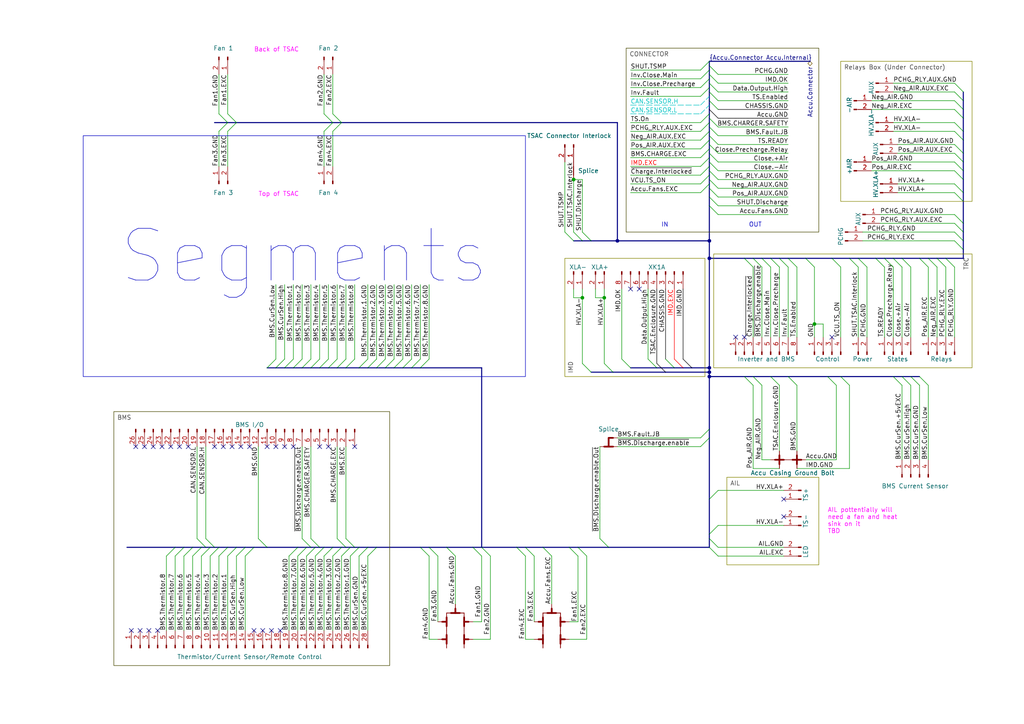
<source format=kicad_sch>
(kicad_sch (version 20230121) (generator eeschema)
  (paper "A4")
  (bus_alias "Accu.Connector" (members "CAN.SENSOR.L" "CAN.SENSOR.H" "IMD.OK" "Data.Output.High" "Chassis.GND" "Accu.GND" "IMD.EXC" "TS.Enabled" "TS.ON" "TS.READY" "Close.Precharge.Relay" "Close.-Air" "Close.+Air" "Inv.Fault" "Inv.Close.Precharge" "Inv.Close.Main" "SHUT.TSAC.Interlock" "SHUT.PCHG" "BMS.EXC" "BMS.CHARGE.EXC" "BMS.CHARGER.SAFETY" "Pos_AIR.AUX.EXC" "Neg_AIR.AUX.EXC" "PCHG_RLY.AUX.EXC" "Pos_AIR.AUX.GND" "Neg_AIR.AUX.GND" "PCHG_RLY.AUX.GND" "SHUT.Discharge" "PCHG.GND" "VCU.TS_ON" "Accu.Fans.EXC" "Accu.Fans.GND"))
  (bus_alias "Accu.Internal" (members "Neg_AIR.EXC" "PCHG_RLY.EXC" "PCHG_RLY.GND" "TSAC.Enclosure.GND" "HV.XLA+" "HV.XLA-" "Neg_AIR.GND" "Pos_AIR.GND" "~{BMS.Discharge.enable.PCHG}" "~{Charge.Interlocked}" "Pos_AIR.EXC" "~{BMS.Charge.enable}" "ACCU.INDICATOR.LED.EXC" "ACCU.INDICATOR.LED.GND" "~{BMS.Discharge.enable.Out}" "BMS.Fault.JB" "BMS.Thermistor.1" "BMS.Thermistor.2" "BMS.Thermistor.3" "BMS.Thermistor.4" "BMS.Thermistor.5" "BMS.Thermistor.6" "BMS.Thermistor.7" "BMS.Thermistor.8" "BMS.Thermistor.1.GND" "BMS.Thermistor.2.GND" "BMS.Thermistor.3.GND" "BMS.Thermistor.4.GND" "BMS.Thermistor.5.GND" "BMS.Thermistor.6.GND" "BMS.Thermistor.7.GND" "BMS.Thermistor.8.GND" "BMS.CurSen.+5vEXC" "BMS.CurSen.GND" "BMS.CurSen.High" "BMS.CurSen.Low" "BMS.GND" "IMD.GND" "AIL.GND" "AIL.EXC" "Fan1.GND" "Fan1.EXC" "Fan2.GND" "Fan2.EXC" "Fan3.GND" "Fan3.EXC" "Fan4.GND" "Fan4.EXC"))
  (junction (at 179.07 69.85))
  (junction (at 166.37 52.07))
  (junction (at 205.74 74.93))
  (junction (at 205.74 106.68))
  (junction (at 236.22 93.98))
  (junction (at 205.74 69.85))
  (junction (at 205.74 107.95))
  (junction (at 168.91 86.36))
  (junction (at 205.74 109.22))
  (junction (at 175.26 86.36))
  (no_connect (at 72.39 129.54))
  (no_connect (at 52.07 129.54))
  (no_connect (at 45.72 182.88))
  (no_connect (at 213.36 97.79))
  (no_connect (at 43.18 182.88))
  (no_connect (at 78.74 182.88))
  (no_connect (at 215.9 97.79))
  (no_connect (at 69.85 129.54))
  (no_connect (at 77.47 129.54))
  (no_connect (at 38.1 182.88))
  (no_connect (at 64.77 129.54))
  (no_connect (at 39.37 129.54))
  (no_connect (at 76.2 182.88))
  (no_connect (at 82.55 129.54))
  (no_connect (at 40.64 182.88))
  (no_connect (at 67.31 129.54))
  (no_connect (at 80.01 129.54))
  (no_connect (at 85.09 129.54))
  (no_connect (at 185.42 83.82))
  (no_connect (at 227.33 144.78))
  (no_connect (at 73.66 182.88))
  (no_connect (at 62.23 129.54))
  (no_connect (at 95.25 129.54))
  (no_connect (at 182.88 83.82))
  (no_connect (at 44.45 129.54))
  (no_connect (at 241.3 97.79))
  (no_connect (at 54.61 129.54))
  (no_connect (at 227.33 149.86))
  (no_connect (at 46.99 129.54))
  (no_connect (at 102.87 129.54))
  (no_connect (at 49.53 129.54))
  (no_connect (at 41.91 129.54))
  (no_connect (at 81.28 182.88))
  (no_connect (at 92.71 129.54))
  (bus_entry (at 167.64 158.75) (size 2.54 2.54))
  (bus_entry (at 157.48 158.75) (size 2.54 2.54))
  (bus_entry (at 168.91 105.41) (size 2.54 2.54))
  (bus_entry (at 171.45 69.85) (size -2.54 -2.54))
  (bus_entry (at 279.4 46.99) (size -2.54 -2.54))
  (bus_entry (at 228.6 77.47) (size -2.54 -2.54))
  (bus_entry (at 259.08 109.22) (size 2.54 2.54))
  (bus_entry (at 208.28 46.99) (size -2.54 -2.54))
  (bus_entry (at 93.98 158.75) (size -2.54 2.54))
  (bus_entry (at 129.54 158.75) (size 2.54 2.54))
  (bus_entry (at 205.74 38.1) (size -2.54 2.54))
  (bus_entry (at 111.76 106.68) (size 2.54 -2.54))
  (bus_entry (at 279.4 34.29) (size -2.54 -2.54))
  (bus_entry (at 279.4 29.21) (size -2.54 -2.54))
  (bus_entry (at 248.92 77.47) (size -2.54 -2.54))
  (bus_entry (at 66.04 158.75) (size -2.54 2.54))
  (bus_entry (at 208.28 44.45) (size -2.54 -2.54))
  (bus_entry (at 205.74 48.26) (size -2.54 2.54))
  (bus_entry (at 77.47 106.68) (size 2.54 -2.54))
  (bus_entry (at 205.74 50.8) (size -2.54 2.54))
  (bus_entry (at 166.37 69.85) (size -2.54 -2.54))
  (bus_entry (at 165.1 158.75) (size 2.54 2.54))
  (bus_entry (at 205.74 53.34) (size -2.54 2.54))
  (bus_entry (at 59.69 158.75) (size -2.54 -2.54))
  (bus_entry (at 269.24 74.93) (size 2.54 2.54))
  (bus_entry (at 96.52 35.56) (size -2.54 -2.54))
  (bus_entry (at 279.4 55.88) (size -2.54 -2.54))
  (bus_entry (at 109.22 158.75) (size -2.54 2.54))
  (bus_entry (at 205.74 127) (size -2.54 2.54))
  (bus_entry (at 176.53 158.75) (size -2.54 -2.54))
  (bus_entry (at 205.74 156.21) (size 2.54 2.54))
  (bus_entry (at 88.9 158.75) (size -2.54 2.54))
  (bus_entry (at 66.04 35.56) (size -2.54 -2.54))
  (bus_entry (at 168.91 69.85) (size -2.54 -2.54))
  (bus_entry (at 279.4 38.1) (size -2.54 -2.54))
  (bus_entry (at 55.88 158.75) (size -2.54 2.54))
  (bus_entry (at 205.74 144.78) (size 2.54 -2.54))
  (bus_entry (at 205.74 158.75) (size 2.54 2.54))
  (bus_entry (at 102.87 158.75) (size -2.54 -2.54))
  (bus_entry (at 100.33 106.68) (size 2.54 -2.54))
  (bus_entry (at 279.4 69.85) (size -2.54 -2.54))
  (bus_entry (at 208.28 57.15) (size -2.54 -2.54))
  (bus_entry (at 208.28 31.75) (size -2.54 -2.54))
  (bus_entry (at 203.2 25.4) (size 2.54 -2.54))
  (bus_entry (at 119.38 106.68) (size 2.54 -2.54))
  (bus_entry (at 82.55 106.68) (size 2.54 -2.54))
  (bus_entry (at 104.14 158.75) (size -2.54 2.54))
  (bus_entry (at 266.7 109.22) (size 2.54 2.54))
  (bus_entry (at 68.58 158.75) (size -2.54 2.54))
  (bus_entry (at 152.4 158.75) (size 2.54 2.54))
  (bus_entry (at 53.34 158.75) (size -2.54 2.54))
  (bus_entry (at 121.92 158.75) (size 2.54 2.54))
  (bus_entry (at 279.4 72.39) (size -2.54 -2.54))
  (bus_entry (at 279.4 67.31) (size -2.54 -2.54))
  (bus_entry (at 220.98 77.47) (size -2.54 -2.54))
  (bus_entry (at 205.74 36.83) (size 2.54 2.54))
  (bus_entry (at 106.68 106.68) (size 2.54 -2.54))
  (bus_entry (at 100.33 158.75) (size -2.54 -2.54))
  (bus_entry (at 274.32 74.93) (size 2.54 2.54))
  (bus_entry (at 92.71 106.68) (size 2.54 -2.54))
  (bus_entry (at 259.08 77.47) (size -2.54 -2.54))
  (bus_entry (at 50.8 158.75) (size -2.54 2.54))
  (bus_entry (at 137.16 158.75) (size 2.54 2.54))
  (bus_entry (at 223.52 77.47) (size -2.54 -2.54))
  (bus_entry (at 203.2 30.48) (size 2.54 -2.54) (stroke (width 0) (type dash) (color 0 194 194 1)))
  (bus_entry (at 121.92 106.68) (size 2.54 -2.54))
  (bus_entry (at 90.17 158.75) (size -2.54 -2.54))
  (bus_entry (at 187.96 104.14) (size 2.54 2.54))
  (bus_entry (at 240.03 109.22) (size 2.54 2.54))
  (bus_entry (at 218.44 77.47) (size -2.54 -2.54))
  (bus_entry (at 205.74 59.69) (size 2.54 2.54))
  (bus_entry (at 208.28 24.13) (size -2.54 -2.54))
  (bus_entry (at 208.28 26.67) (size -2.54 -2.54))
  (bus_entry (at 62.23 158.75) (size -2.54 -2.54))
  (bus_entry (at 60.96 158.75) (size -2.54 2.54))
  (bus_entry (at 261.62 109.22) (size 2.54 2.54))
  (bus_entry (at 279.4 52.07) (size -2.54 -2.54))
  (bus_entry (at 208.28 54.61) (size -2.54 -2.54))
  (bus_entry (at 68.58 35.56) (size -2.54 -2.54))
  (bus_entry (at 139.7 158.75) (size 2.54 2.54))
  (bus_entry (at 279.4 58.42) (size -2.54 -2.54))
  (bus_entry (at 80.01 106.68) (size 2.54 -2.54))
  (bus_entry (at 90.17 106.68) (size 2.54 -2.54))
  (bus_entry (at 223.52 109.22) (size 2.54 2.54))
  (bus_entry (at 99.06 158.75) (size -2.54 2.54))
  (bus_entry (at 208.28 52.07) (size -2.54 -2.54))
  (bus_entry (at 203.2 27.94) (size 2.54 -2.54))
  (bus_entry (at 205.74 35.56) (size -2.54 2.54))
  (bus_entry (at 266.7 74.93) (size 2.54 2.54))
  (bus_entry (at 205.74 154.94) (size 2.54 -2.54))
  (bus_entry (at 101.6 158.75) (size -2.54 2.54))
  (bus_entry (at 203.2 33.02) (size 2.54 -2.54) (stroke (width 0) (type dash) (color 0 194 194 1)))
  (bus_entry (at 233.68 74.93) (size 2.54 2.54))
  (bus_entry (at 86.36 158.75) (size -2.54 2.54))
  (bus_entry (at 243.84 109.22) (size 2.54 2.54))
  (bus_entry (at 99.06 35.56) (size -2.54 -2.54))
  (bus_entry (at 243.84 77.47) (size -2.54 -2.54))
  (bus_entry (at 228.6 109.22) (size 2.54 2.54))
  (bus_entry (at 198.12 104.14) (size 2.54 2.54) (stroke (width 0) (color 0 0 0 1)))
  (bus_entry (at 205.74 57.15) (size 2.54 2.54))
  (bus_entry (at 203.2 20.32) (size 2.54 -2.54))
  (bus_entry (at 114.3 106.68) (size 2.54 -2.54))
  (bus_entry (at 208.28 49.53) (size -2.54 -2.54))
  (bus_entry (at 92.71 158.75) (size -2.54 -2.54))
  (bus_entry (at 96.52 35.56) (size -2.54 2.54))
  (bus_entry (at 264.16 77.47) (size -2.54 -2.54))
  (bus_entry (at 231.14 77.47) (size -2.54 -2.54))
  (bus_entry (at 264.16 109.22) (size 2.54 2.54))
  (bus_entry (at 58.42 158.75) (size -2.54 2.54))
  (bus_entry (at 68.58 35.56) (size -2.54 2.54))
  (bus_entry (at 124.46 158.75) (size 2.54 2.54))
  (bus_entry (at 106.68 158.75) (size -2.54 2.54))
  (bus_entry (at 95.25 106.68) (size 2.54 -2.54))
  (bus_entry (at 205.74 124.46) (size -2.54 2.54))
  (bus_entry (at 279.4 40.64) (size -2.54 -2.54))
  (bus_entry (at 63.5 158.75) (size -2.54 2.54))
  (bus_entry (at 91.44 158.75) (size -2.54 2.54))
  (bus_entry (at 66.04 35.56) (size -2.54 2.54))
  (bus_entry (at 96.52 158.75) (size -2.54 2.54))
  (bus_entry (at 279.4 44.45) (size -2.54 -2.54))
  (bus_entry (at 175.26 105.41) (size 2.54 2.54))
  (bus_entry (at 256.54 77.47) (size -2.54 -2.54))
  (bus_entry (at 205.74 45.72) (size -2.54 2.54))
  (bus_entry (at 104.14 106.68) (size 2.54 -2.54))
  (bus_entry (at 271.78 74.93) (size 2.54 2.54))
  (bus_entry (at 205.74 40.64) (size -2.54 2.54))
  (bus_entry (at 279.4 31.75) (size -2.54 -2.54))
  (bus_entry (at 203.2 22.86) (size 2.54 -2.54))
  (bus_entry (at 109.22 106.68) (size 2.54 -2.54))
  (bus_entry (at 208.28 34.29) (size -2.54 -2.54) (stroke (width 0) (color 0 0 0 1)))
  (bus_entry (at 279.4 26.67) (size -2.54 -2.54))
  (bus_entry (at 208.28 21.59) (size -2.54 -2.54))
  (bus_entry (at 97.79 106.68) (size 2.54 -2.54))
  (bus_entry (at 73.66 158.75) (size -2.54 2.54))
  (bus_entry (at 71.12 158.75) (size -2.54 2.54))
  (bus_entry (at 261.62 77.47) (size -2.54 -2.54))
  (bus_entry (at 208.28 41.91) (size -2.54 -2.54))
  (bus_entry (at 215.9 109.22) (size 2.54 2.54))
  (bus_entry (at 279.4 64.77) (size -2.54 -2.54))
  (bus_entry (at 87.63 106.68) (size 2.54 -2.54))
  (bus_entry (at 208.28 29.21) (size -2.54 -2.54))
  (bus_entry (at 203.2 35.56) (size 2.54 -2.54))
  (bus_entry (at 226.06 77.47) (size -2.54 -2.54))
  (bus_entry (at 180.34 104.14) (size 2.54 2.54))
  (bus_entry (at 205.74 34.29) (size 2.54 2.54))
  (bus_entry (at 218.44 109.22) (size 2.54 2.54))
  (bus_entry (at 99.06 35.56) (size -2.54 2.54))
  (bus_entry (at 251.46 77.47) (size -2.54 -2.54))
  (bus_entry (at 190.5 105.41) (size 2.54 2.54) (stroke (width 0) (color 0 0 0 1)))
  (bus_entry (at 193.04 104.14) (size 2.54 2.54))
  (bus_entry (at 195.58 104.14) (size 2.54 2.54) (stroke (width 0) (color 255 0 0 1)))
  (bus_entry (at 77.47 158.75) (size -2.54 -2.54))
  (bus_entry (at 279.4 49.53) (size -2.54 -2.54))
  (bus_entry (at 85.09 106.68) (size 2.54 -2.54))
  (bus_entry (at 116.84 106.68) (size 2.54 -2.54))
  (bus_entry (at 149.86 158.75) (size 2.54 2.54))
  (bus_entry (at 205.74 43.18) (size -2.54 2.54))
  (wire (pts (xy 208.28 142.24) (xy 227.33 142.24)))
  (bus (pts (xy 205.74 53.34) (xy 205.74 54.61)))
  (bus (pts (xy 205.74 36.83) (xy 205.74 38.1)))
  (bus (pts (xy 205.74 54.61) (xy 205.74 57.15)))
  (wire (pts (xy 236.22 97.79) (xy 236.22 93.98)))
  (wire (pts (xy 137.16 185.42) (xy 142.24 185.42)))
  (bus (pts (xy 91.44 158.75) (xy 92.71 158.75)))
  (wire (pts (xy 116.84 104.14) (xy 116.84 82.55)))
  (bus (pts (xy 73.66 158.75) (xy 77.47 158.75)))
  (wire (pts (xy 261.62 111.76) (xy 261.62 133.35)))
  (wire (pts (xy 121.92 104.14) (xy 121.92 82.55)))
  (wire (pts (xy 50.8 161.29) (xy 50.8 182.88)))
  (wire (pts (xy 71.12 161.29) (xy 71.12 182.88)))
  (wire (pts (xy 252.73 31.75) (xy 276.86 31.75)))
  (wire (pts (xy 87.63 104.14) (xy 87.63 82.55)))
  (bus (pts (xy 50.8 158.75) (xy 53.34 158.75)))
  (bus (pts (xy 129.54 158.75) (xy 137.16 158.75)))
  (bus (pts (xy 205.74 24.13) (xy 205.74 25.4)))
  (wire (pts (xy 228.6 34.29) (xy 208.28 34.29)) (stroke (width 0) (color 0 0 0 1)))
  (wire (pts (xy 226.06 135.89) (xy 218.44 135.89)))
  (bus (pts (xy 62.23 158.75) (xy 63.5 158.75)))
  (wire (pts (xy 255.27 62.23) (xy 276.86 62.23)))
  (wire (pts (xy 182.88 53.34) (xy 203.2 53.34)))
  (bus (pts (xy 279.4 44.45) (xy 279.4 46.99)))
  (wire (pts (xy 139.7 161.29) (xy 139.7 180.34)))
  (wire (pts (xy 163.83 46.99) (xy 163.83 67.31)))
  (bus (pts (xy 106.68 106.68) (xy 109.22 106.68)))
  (wire (pts (xy 168.91 86.36) (xy 166.37 86.36)))
  (bus (pts (xy 179.07 69.85) (xy 179.07 35.56)))
  (wire (pts (xy 252.73 46.99) (xy 276.86 46.99)))
  (bus (pts (xy 279.4 64.77) (xy 279.4 58.42)))
  (wire (pts (xy 182.88 25.4) (xy 203.2 25.4)))
  (wire (pts (xy 160.02 161.29) (xy 160.02 175.26)))
  (wire (pts (xy 152.4 161.29) (xy 152.4 185.42)))
  (bus (pts (xy 198.12 106.68) (xy 195.58 106.68)))
  (wire (pts (xy 182.88 55.88) (xy 203.2 55.88)))
  (bus (pts (xy 95.25 106.68) (xy 97.79 106.68)))
  (bus (pts (xy 71.12 158.75) (xy 73.66 158.75)))
  (bus (pts (xy 205.74 106.68) (xy 205.74 107.95)))
  (bus (pts (xy 177.8 107.95) (xy 171.45 107.95)))
  (wire (pts (xy 259.08 35.56) (xy 276.86 35.56)))
  (wire (pts (xy 167.64 161.29) (xy 167.64 180.34)))
  (wire (pts (xy 182.88 33.02) (xy 203.2 33.02)) (stroke (width 0) (type dash) (color 0 194 194 1)))
  (bus (pts (xy 205.74 43.18) (xy 205.74 44.45)))
  (wire (pts (xy 168.91 83.82) (xy 168.91 86.36)))
  (bus (pts (xy 124.46 158.75) (xy 129.54 158.75)))
  (wire (pts (xy 152.4 185.42) (xy 154.94 185.42)))
  (wire (pts (xy 259.08 24.13) (xy 276.86 24.13)))
  (wire (pts (xy 203.2 45.72) (xy 182.88 45.72)))
  (wire (pts (xy 106.68 104.14) (xy 106.68 82.55)))
  (wire (pts (xy 63.5 161.29) (xy 63.5 182.88)))
  (wire (pts (xy 96.52 38.1) (xy 96.52 48.26)))
  (wire (pts (xy 190.5 83.82) (xy 190.5 105.41)) (stroke (width 0) (color 0 0 0 1)))
  (bus (pts (xy 279.4 67.31) (xy 279.4 64.77)))
  (bus (pts (xy 279.4 26.67) (xy 279.4 29.21)))
  (bus (pts (xy 111.76 106.68) (xy 114.3 106.68)))
  (bus (pts (xy 226.06 74.93) (xy 228.6 74.93)))
  (bus (pts (xy 246.38 74.93) (xy 248.92 74.93)))
  (wire (pts (xy 66.04 21.59) (xy 66.04 33.02)))
  (wire (pts (xy 236.22 93.98) (xy 236.22 77.47)))
  (wire (pts (xy 175.26 83.82) (xy 175.26 86.36)))
  (bus (pts (xy 223.52 109.22) (xy 228.6 109.22)))
  (wire (pts (xy 264.16 97.79) (xy 264.16 77.47)))
  (bus (pts (xy 116.84 106.68) (xy 119.38 106.68)))
  (wire (pts (xy 243.84 97.79) (xy 243.84 77.47)))
  (bus (pts (xy 90.17 158.75) (xy 91.44 158.75)))
  (wire (pts (xy 82.55 104.14) (xy 82.55 82.55)))
  (wire (pts (xy 218.44 97.79) (xy 218.44 77.47)))
  (bus (pts (xy 55.88 158.75) (xy 58.42 158.75)))
  (wire (pts (xy 100.33 129.54) (xy 100.33 156.21)))
  (wire (pts (xy 97.79 104.14) (xy 97.79 82.55)))
  (wire (pts (xy 96.52 21.59) (xy 96.52 33.02)))
  (bus (pts (xy 274.32 74.93) (xy 279.4 74.93)))
  (wire (pts (xy 96.52 161.29) (xy 96.52 182.88)))
  (wire (pts (xy 83.82 161.29) (xy 83.82 182.88)))
  (bus (pts (xy 205.74 124.46) (xy 205.74 127)))
  (bus (pts (xy 100.33 158.75) (xy 101.6 158.75)))
  (wire (pts (xy 124.46 104.14) (xy 124.46 82.55)))
  (wire (pts (xy 109.22 104.14) (xy 109.22 82.55)))
  (wire (pts (xy 228.6 52.07) (xy 208.28 52.07)))
  (wire (pts (xy 250.19 69.85) (xy 276.86 69.85)))
  (wire (pts (xy 238.76 97.79) (xy 238.76 93.98)))
  (wire (pts (xy 68.58 161.29) (xy 68.58 182.88)))
  (bus (pts (xy 205.74 17.78) (xy 234.95 17.78)))
  (bus (pts (xy 63.5 158.75) (xy 66.04 158.75)))
  (bus (pts (xy 190.5 106.68) (xy 182.88 106.68)))
  (bus (pts (xy 205.74 74.93) (xy 215.9 74.93)))
  (bus (pts (xy 88.9 158.75) (xy 90.17 158.75)))
  (wire (pts (xy 86.36 161.29) (xy 86.36 182.88)))
  (bus (pts (xy 261.62 109.22) (xy 264.16 109.22)))
  (wire (pts (xy 48.26 161.29) (xy 48.26 182.88)))
  (wire (pts (xy 231.14 111.76) (xy 231.14 130.81)))
  (bus (pts (xy 200.66 106.68) (xy 198.12 106.68)))
  (bus (pts (xy 205.74 57.15) (xy 205.74 59.69)))
  (bus (pts (xy 193.04 107.95) (xy 177.8 107.95)))
  (wire (pts (xy 165.1 180.34) (xy 167.64 180.34)))
  (bus (pts (xy 279.4 58.42) (xy 279.4 55.88)))
  (wire (pts (xy 208.28 59.69) (xy 228.6 59.69)))
  (bus (pts (xy 243.84 109.22) (xy 259.08 109.22)))
  (wire (pts (xy 63.5 38.1) (xy 63.5 48.26)))
  (wire (pts (xy 208.28 46.99) (xy 228.6 46.99)))
  (wire (pts (xy 228.6 54.61) (xy 208.28 54.61)))
  (bus (pts (xy 205.74 50.8) (xy 205.74 52.07)))
  (wire (pts (xy 260.35 44.45) (xy 276.86 44.45)))
  (wire (pts (xy 93.98 161.29) (xy 93.98 182.88)))
  (bus (pts (xy 179.07 69.85) (xy 205.74 69.85)))
  (bus (pts (xy 149.86 158.75) (xy 152.4 158.75)))
  (bus (pts (xy 58.42 158.75) (xy 59.69 158.75)))
  (bus (pts (xy 279.4 72.39) (xy 279.4 69.85)))
  (bus (pts (xy 220.98 74.93) (xy 223.52 74.93)))
  (wire (pts (xy 248.92 97.79) (xy 248.92 77.47)))
  (wire (pts (xy 233.68 133.35) (xy 242.57 133.35)))
  (bus (pts (xy 157.48 158.75) (xy 165.1 158.75)))
  (wire (pts (xy 182.88 27.94) (xy 203.2 27.94)))
  (bus (pts (xy 279.4 34.29) (xy 279.4 31.75)))
  (bus (pts (xy 266.7 74.93) (xy 261.62 74.93)))
  (wire (pts (xy 208.28 158.75) (xy 227.33 158.75)))
  (bus (pts (xy 205.74 69.85) (xy 205.74 74.93)))
  (wire (pts (xy 276.86 97.79) (xy 276.86 77.47)))
  (bus (pts (xy 205.74 17.78) (xy 205.74 19.05)))
  (wire (pts (xy 252.73 49.53) (xy 276.86 49.53)))
  (bus (pts (xy 92.71 158.75) (xy 93.98 158.75)))
  (wire (pts (xy 198.12 83.82) (xy 198.12 104.14)) (stroke (width 0) (color 0 0 0 1)))
  (bus (pts (xy 205.74 127) (xy 205.74 144.78)))
  (wire (pts (xy 124.46 161.29) (xy 124.46 185.42)))
  (bus (pts (xy 205.74 49.53) (xy 205.74 50.8)))
  (bus (pts (xy 279.4 69.85) (xy 279.4 67.31)))
  (bus (pts (xy 279.4 38.1) (xy 279.4 34.29)))
  (bus (pts (xy 218.44 74.93) (xy 220.98 74.93)))
  (wire (pts (xy 274.32 77.47) (xy 274.32 97.79)))
  (bus (pts (xy 66.04 35.56) (xy 68.58 35.56)))
  (bus (pts (xy 106.68 158.75) (xy 109.22 158.75)))
  (bus (pts (xy 85.09 106.68) (xy 87.63 106.68)))
  (wire (pts (xy 173.99 129.54) (xy 173.99 156.21)))
  (wire (pts (xy 95.25 104.14) (xy 95.25 82.55)))
  (bus (pts (xy 205.74 25.4) (xy 205.74 26.67)))
  (bus (pts (xy 66.04 158.75) (xy 68.58 158.75)))
  (wire (pts (xy 127 161.29) (xy 127 180.34)))
  (wire (pts (xy 203.2 43.18) (xy 182.88 43.18)))
  (bus (pts (xy 279.4 52.07) (xy 279.4 49.53)))
  (bus (pts (xy 139.7 158.75) (xy 149.86 158.75)))
  (wire (pts (xy 271.78 97.79) (xy 271.78 77.47)))
  (bus (pts (xy 269.24 74.93) (xy 271.78 74.93)))
  (wire (pts (xy 193.04 83.82) (xy 193.04 104.14)) (stroke (width 0) (color 0 0 0 1)))
  (wire (pts (xy 208.28 39.37) (xy 228.6 39.37)))
  (wire (pts (xy 242.57 111.76) (xy 242.57 133.35)))
  (wire (pts (xy 203.2 50.8) (xy 182.88 50.8)))
  (wire (pts (xy 182.88 30.48) (xy 203.2 30.48)) (stroke (width 0) (type dash) (color 0 194 194 1)))
  (bus (pts (xy 87.63 106.68) (xy 90.17 106.68)))
  (bus (pts (xy 248.92 74.93) (xy 254 74.93)))
  (bus (pts (xy 215.9 74.93) (xy 218.44 74.93)))
  (bus (pts (xy 205.74 109.22) (xy 205.74 107.95)))
  (bus (pts (xy 68.58 35.56) (xy 96.52 35.56)))
  (bus (pts (xy 240.03 109.22) (xy 243.84 109.22)))
  (wire (pts (xy 208.28 44.45) (xy 228.6 44.45)))
  (bus (pts (xy 228.6 109.22) (xy 240.03 109.22)))
  (bus (pts (xy 279.4 29.21) (xy 279.4 31.75)))
  (wire (pts (xy 175.26 86.36) (xy 172.72 86.36)))
  (bus (pts (xy 92.71 106.68) (xy 95.25 106.68)))
  (wire (pts (xy 228.6 26.67) (xy 208.28 26.67)))
  (wire (pts (xy 187.96 83.82) (xy 187.96 104.14)))
  (wire (pts (xy 59.69 129.54) (xy 59.69 156.21)))
  (bus (pts (xy 82.55 106.68) (xy 85.09 106.68)))
  (wire (pts (xy 53.34 161.29) (xy 53.34 182.88)))
  (wire (pts (xy 259.08 38.1) (xy 276.86 38.1)))
  (wire (pts (xy 228.6 21.59) (xy 208.28 21.59)))
  (bus (pts (xy 215.9 109.22) (xy 218.44 109.22)))
  (bus (pts (xy 205.74 34.29) (xy 205.74 35.56)))
  (wire (pts (xy 179.07 127) (xy 203.2 127)))
  (wire (pts (xy 179.07 129.54) (xy 203.2 129.54)))
  (wire (pts (xy 203.2 38.1) (xy 182.88 38.1)))
  (bus (pts (xy 101.6 158.75) (xy 102.87 158.75)))
  (bus (pts (xy 167.64 158.75) (xy 176.53 158.75)))
  (wire (pts (xy 250.19 67.31) (xy 276.86 67.31)))
  (bus (pts (xy 119.38 106.68) (xy 121.92 106.68)))
  (wire (pts (xy 264.16 111.76) (xy 264.16 133.35)))
  (wire (pts (xy 252.73 29.21) (xy 276.86 29.21)))
  (bus (pts (xy 205.74 40.64) (xy 205.74 41.91)))
  (wire (pts (xy 208.28 36.83) (xy 228.6 36.83)))
  (wire (pts (xy 208.28 161.29) (xy 227.33 161.29)))
  (wire (pts (xy 203.2 40.64) (xy 182.88 40.64)))
  (bus (pts (xy 176.53 158.75) (xy 205.74 158.75)))
  (wire (pts (xy 85.09 104.14) (xy 85.09 82.55)))
  (wire (pts (xy 251.46 97.79) (xy 251.46 77.47)))
  (wire (pts (xy 228.6 49.53) (xy 208.28 49.53)))
  (wire (pts (xy 170.18 161.29) (xy 170.18 185.42)))
  (bus (pts (xy 205.74 74.93) (xy 205.74 106.68)))
  (bus (pts (xy 205.74 109.22) (xy 215.9 109.22)))
  (wire (pts (xy 166.37 52.07) (xy 166.37 67.31)))
  (bus (pts (xy 205.74 48.26) (xy 205.74 49.53)))
  (bus (pts (xy 264.16 109.22) (xy 266.7 109.22)))
  (bus (pts (xy 205.74 156.21) (xy 205.74 158.75)))
  (bus (pts (xy 86.36 158.75) (xy 88.9 158.75)))
  (bus (pts (xy 62.23 35.56) (xy 66.04 35.56)))
  (bus (pts (xy 59.69 158.75) (xy 60.96 158.75)))
  (wire (pts (xy 260.35 41.91) (xy 276.86 41.91)))
  (wire (pts (xy 63.5 21.59) (xy 63.5 33.02)))
  (wire (pts (xy 114.3 104.14) (xy 114.3 82.55)))
  (bus (pts (xy 205.74 27.94) (xy 205.74 29.21)))
  (bus (pts (xy 205.74 109.22) (xy 205.74 124.46)))
  (bus (pts (xy 152.4 158.75) (xy 157.48 158.75)))
  (wire (pts (xy 208.28 152.4) (xy 227.33 152.4)))
  (bus (pts (xy 279.4 74.93) (xy 279.4 72.39)))
  (wire (pts (xy 182.88 20.32) (xy 203.2 20.32)))
  (bus (pts (xy 205.74 30.48) (xy 205.74 31.75)))
  (bus (pts (xy 77.47 106.68) (xy 80.01 106.68)))
  (wire (pts (xy 259.08 26.67) (xy 276.86 26.67)))
  (wire (pts (xy 238.76 93.98) (xy 236.22 93.98)))
  (wire (pts (xy 172.72 86.36) (xy 172.72 83.82)))
  (wire (pts (xy 182.88 22.86) (xy 203.2 22.86)))
  (wire (pts (xy 218.44 111.76) (xy 218.44 135.89)))
  (bus (pts (xy 279.4 38.1) (xy 279.4 40.64)))
  (wire (pts (xy 66.04 161.29) (xy 66.04 182.88)))
  (wire (pts (xy 260.35 53.34) (xy 276.86 53.34)))
  (wire (pts (xy 260.35 55.88) (xy 276.86 55.88)))
  (wire (pts (xy 256.54 97.79) (xy 256.54 77.47)))
  (bus (pts (xy 100.33 106.68) (xy 104.14 106.68)))
  (bus (pts (xy 279.4 40.64) (xy 279.4 44.45)))
  (bus (pts (xy 241.3 74.93) (xy 246.38 74.93)))
  (bus (pts (xy 279.4 55.88) (xy 279.4 52.07)))
  (wire (pts (xy 101.6 161.29) (xy 101.6 182.88)))
  (bus (pts (xy 109.22 158.75) (xy 121.92 158.75)))
  (wire (pts (xy 259.08 97.79) (xy 259.08 77.47)))
  (wire (pts (xy 228.6 57.15) (xy 208.28 57.15)))
  (bus (pts (xy 166.37 69.85) (xy 168.91 69.85)))
  (bus (pts (xy 223.52 74.93) (xy 226.06 74.93)))
  (wire (pts (xy 92.71 104.14) (xy 92.71 82.55)))
  (wire (pts (xy 220.98 111.76) (xy 220.98 133.35)))
  (wire (pts (xy 195.58 83.82) (xy 195.58 104.14)) (stroke (width 0) (color 255 0 0 1)))
  (bus (pts (xy 205.74 26.67) (xy 205.74 27.94)))
  (bus (pts (xy 205.74 39.37) (xy 205.74 40.64)))
  (wire (pts (xy 228.6 24.13) (xy 208.28 24.13)))
  (bus (pts (xy 205.74 33.02) (xy 205.74 34.29)))
  (wire (pts (xy 166.37 86.36) (xy 166.37 83.82)))
  (bus (pts (xy 266.7 74.93) (xy 269.24 74.93)))
  (bus (pts (xy 205.74 44.45) (xy 205.74 45.72)))
  (wire (pts (xy 231.14 77.47) (xy 231.14 97.79)))
  (bus (pts (xy 96.52 35.56) (xy 99.06 35.56)))
  (wire (pts (xy 168.91 86.36) (xy 168.91 105.41)))
  (wire (pts (xy 226.06 111.76) (xy 226.06 130.81)))
  (bus (pts (xy 90.17 106.68) (xy 92.71 106.68)))
  (wire (pts (xy 90.17 104.14) (xy 90.17 82.55)))
  (bus (pts (xy 205.74 59.69) (xy 205.74 69.85)))
  (bus (pts (xy 256.54 74.93) (xy 259.08 74.93)))
  (bus (pts (xy 195.58 106.68) (xy 190.5 106.68)))
  (wire (pts (xy 182.88 48.26) (xy 203.2 48.26)))
  (bus (pts (xy 205.74 31.75) (xy 205.74 33.02)))
  (bus (pts (xy 205.74 38.1) (xy 205.74 39.37)))
  (bus (pts (xy 60.96 158.75) (xy 62.23 158.75)))
  (wire (pts (xy 246.38 111.76) (xy 246.38 135.89)))
  (wire (pts (xy 208.28 62.23) (xy 228.6 62.23)))
  (bus (pts (xy 121.92 158.75) (xy 124.46 158.75)))
  (wire (pts (xy 93.98 38.1) (xy 93.98 48.26)))
  (wire (pts (xy 87.63 129.54) (xy 87.63 156.21)))
  (bus (pts (xy 96.52 158.75) (xy 99.06 158.75)))
  (wire (pts (xy 119.38 104.14) (xy 119.38 82.55)))
  (wire (pts (xy 124.46 185.42) (xy 127 185.42)))
  (bus (pts (xy 205.74 29.21) (xy 205.74 30.48)))
  (bus (pts (xy 80.01 106.68) (xy 82.55 106.68)))
  (bus (pts (xy 279.4 49.53) (xy 279.4 46.99)))
  (wire (pts (xy 228.6 31.75) (xy 208.28 31.75)) (stroke (width 0) (color 0 0 0 1)))
  (bus (pts (xy 53.34 158.75) (xy 55.88 158.75)))
  (wire (pts (xy 223.52 77.47) (xy 223.52 97.79)))
  (wire (pts (xy 261.62 97.79) (xy 261.62 77.47)))
  (wire (pts (xy 166.37 52.07) (xy 168.91 52.07)))
  (bus (pts (xy 139.7 158.75) (xy 139.7 106.68)))
  (wire (pts (xy 102.87 104.14) (xy 102.87 82.55)))
  (bus (pts (xy 228.6 74.93) (xy 233.68 74.93)))
  (wire (pts (xy 269.24 111.76) (xy 269.24 133.35)))
  (bus (pts (xy 233.68 74.93) (xy 241.3 74.93)))
  (wire (pts (xy 58.42 161.29) (xy 58.42 182.88)))
  (bus (pts (xy 259.08 74.93) (xy 261.62 74.93)))
  (bus (pts (xy 109.22 106.68) (xy 111.76 106.68)))
  (bus (pts (xy 205.74 45.72) (xy 205.74 46.99)))
  (wire (pts (xy 93.98 21.59) (xy 93.98 33.02)))
  (bus (pts (xy 77.47 158.75) (xy 86.36 158.75)))
  (bus (pts (xy 218.44 109.22) (xy 223.52 109.22)))
  (bus (pts (xy 205.74 22.86) (xy 205.74 24.13)))
  (bus (pts (xy 205.74 154.94) (xy 205.74 156.21)))
  (wire (pts (xy 137.16 180.34) (xy 139.7 180.34)))
  (wire (pts (xy 90.17 129.54) (xy 90.17 156.21)))
  (bus (pts (xy 254 74.93) (xy 256.54 74.93)))
  (bus (pts (xy 205.74 20.32) (xy 205.74 21.59)))
  (bus (pts (xy 121.92 106.68) (xy 139.7 106.68)))
  (wire (pts (xy 269.24 97.79) (xy 269.24 77.47)))
  (bus (pts (xy 93.98 158.75) (xy 96.52 158.75)))
  (bus (pts (xy 114.3 106.68) (xy 116.84 106.68)))
  (bus (pts (xy 36.83 158.75) (xy 50.8 158.75)))
  (bus (pts (xy 171.45 69.85) (xy 179.07 69.85)))
  (bus (pts (xy 102.87 158.75) (xy 104.14 158.75)))
  (wire (pts (xy 182.88 35.56) (xy 203.2 35.56)))
  (wire (pts (xy 100.33 104.14) (xy 100.33 82.55)))
  (wire (pts (xy 142.24 161.29) (xy 142.24 185.42)))
  (bus (pts (xy 99.06 158.75) (xy 100.33 158.75)))
  (bus (pts (xy 168.91 69.85) (xy 171.45 69.85)))
  (wire (pts (xy 168.91 52.07) (xy 168.91 67.31)))
  (bus (pts (xy 205.74 46.99) (xy 205.74 48.26)))
  (wire (pts (xy 111.76 104.14) (xy 111.76 82.55)))
  (wire (pts (xy 99.06 161.29) (xy 99.06 182.88)))
  (bus (pts (xy 205.74 35.56) (xy 205.74 36.83)))
  (wire (pts (xy 231.14 135.89) (xy 246.38 135.89)))
  (bus (pts (xy 99.06 35.56) (xy 179.07 35.56)))
  (wire (pts (xy 223.52 133.35) (xy 220.98 133.35)))
  (bus (pts (xy 165.1 158.75) (xy 167.64 158.75)))
  (wire (pts (xy 91.44 161.29) (xy 91.44 182.88)))
  (bus (pts (xy 205.74 52.07) (xy 205.74 53.34)))
  (wire (pts (xy 255.27 64.77) (xy 276.86 64.77)))
  (bus (pts (xy 104.14 106.68) (xy 106.68 106.68)))
  (bus (pts (xy 104.14 158.75) (xy 106.68 158.75)))
  (bus (pts (xy 205.74 144.78) (xy 205.74 154.94)))
  (bus (pts (xy 205.74 21.59) (xy 205.74 22.86)))
  (wire (pts (xy 66.04 38.1) (xy 66.04 48.26)))
  (wire (pts (xy 226.06 97.79) (xy 226.06 77.47)))
  (wire (pts (xy 80.01 104.14) (xy 80.01 82.55)))
  (wire (pts (xy 266.7 111.76) (xy 266.7 133.35)))
  (bus (pts (xy 200.66 106.68) (xy 205.74 106.68)))
  (wire (pts (xy 57.15 129.54) (xy 57.15 156.21)))
  (wire (pts (xy 74.93 129.54) (xy 74.93 156.21)))
  (wire (pts (xy 55.88 161.29) (xy 55.88 182.88)))
  (bus (pts (xy 271.78 74.93) (xy 274.32 74.93)))
  (bus (pts (xy 137.16 158.75) (xy 139.7 158.75)))
  (wire (pts (xy 88.9 161.29) (xy 88.9 182.88)))
  (bus (pts (xy 205.74 19.05) (xy 205.74 20.32)))
  (bus (pts (xy 205.74 107.95) (xy 193.04 107.95)))
  (wire (pts (xy 60.96 161.29) (xy 60.96 182.88)))
  (bus (pts (xy 205.74 41.91) (xy 205.74 43.18)))
  (wire (pts (xy 106.68 161.29) (xy 106.68 182.88)))
  (wire (pts (xy 180.34 83.82) (xy 180.34 104.14)))
  (wire (pts (xy 97.79 129.54) (xy 97.79 156.21)))
  (wire (pts (xy 220.98 97.79) (xy 220.98 77.47)))
  (wire (pts (xy 154.94 161.29) (xy 154.94 180.34)))
  (wire (pts (xy 104.14 161.29) (xy 104.14 182.88)))
  (wire (pts (xy 228.6 97.79) (xy 228.6 77.47)))
  (wire (pts (xy 165.1 185.42) (xy 170.18 185.42)))
  (wire (pts (xy 132.08 161.29) (xy 132.08 175.26)))
  (wire (pts (xy 228.6 29.21) (xy 208.28 29.21)))
  (bus (pts (xy 68.58 158.75) (xy 71.12 158.75)))
  (bus (pts (xy 97.79 106.68) (xy 100.33 106.68)))
  (wire (pts (xy 175.26 86.36) (xy 175.26 105.41)))
  (bus (pts (xy 259.08 109.22) (xy 261.62 109.22)))
  (wire (pts (xy 208.28 41.91) (xy 228.6 41.91)))
  (text_box "IMD\n" (at 163.83 74.93 90) (size 40.64 34.29) (stroke (width 0) (color 132 132 0 1)) (effects (font (size 1.27 1.27)) (justify left top)))
  (text_box "CONNECTOR" (at 181.61 13.97 0) (size 55.88 53.34) (stroke (width 0) (color 72 72 0 1)) (effects (font (size 1.27 1.27)) (justify left top)))
  (text_box "Segments" (at 24.13 39.37 0) (size 128.27 69.85) (effects (font (size 15 15))))
  (text_box "TRC\n" (at 207.01 73.66 90) (size 74.93 33.02) (stroke (width 0) (color 132 132 0 1)) (effects (font (size 1.27 1.27)) (justify right bottom)))
  (text_box "AIL\n" (at 210.82 138.43 0) (size 26.67 25.4) (stroke (width 0) (color 132 132 0 1)) (effects (font (size 1.27 1.27)) (justify left top)))
  (text_box "Relays Box (Under Connector)" (at 243.84 17.78 0) (size 38.1 40.64) (stroke (width 0) (color 132 132 0 1)) (effects (font (size 1.27 1.27)) (justify left top)))
  (text_box "BMS" (at 33.02 119.38 0) (size 80.01 73.66) (stroke (width 0) (color 72 72 0 1)) (effects (font (size 1.27 1.27)) (justify left top)))
  (text "AIL pottentially will\nneed a fan and heat\nsink on it\nTBD" (at 240.03 154.94 0) (effects (font (size 1.27 1.27)) (justify left bottom)))
  (text "Top of TSAC" (at 74.93 57.15 0) (effects (font (size 1.27 1.27)) (justify left bottom)))
  (text "IN\n" (at 191.77 66.04 0) (effects (font (size 1.27 1.27)) (justify left bottom)))
  (text "Back of TSAC" (at 73.66 15.24 0) (effects (font (size 1.27 1.27)) (justify left bottom)))
  (text "OUT\n" (at 217.17 66.04 0) (effects (font (size 1.27 1.27)) (justify left bottom)))
  (label "~{BMS.Discharge.enable}" (at 220.98 97.79 90))
  (label "HV.XLA-" (at 227.33 152.4 180))
  (label "BMS.Thermistor.8.GND" (at 124.46 82.55 270))
  (label "Data.Output.High" (at 187.96 83.82 270))
  (label "BMS.Thermistor.8" (at 48.26 182.88 90))
  (label "Inv.Fault" (at 228.6 97.79 90))
  (label "Fan2.EXC" (at 96.52 21.59 270))
  (label "Fan1.EXC" (at 66.04 21.59 270))
  (label "Neg_AIR.AUX.GND" (at 228.6 54.61 180))
  (label "BMS.Thermistor.4.GND" (at 93.98 182.88 90))
  (label "IMD.OK" (at 228.6 24.13 180) (property "Netclass" "Default" (effects hide)))
  (label "Fan2.EXC" (at 170.18 184.15 90))
  (label "Close.Precharge.Relay" (at 259.08 97.79 90))
  (label "PCHG_RLY.AUX.GND" (at 259.08 24.13 0))
  (label "Neg_AIR.EXC" (at 252.73 31.75 0))
  (label "Inv.Close.Precharge" (at 182.88 25.4 0))
  (label "TS.READY" (at 256.54 97.79 90))
  (label "~{Charge.Interlocked}" (at 182.88 50.8 0))
  (label "TS.Enabled" (at 231.14 97.79 90))
  (label "Fan3.GND" (at 127 180.34 90))
  (label "Pos_AIR.AUX.GND" (at 228.6 57.15 180))
  (label "Accu.Fans.EXC" (at 182.88 55.88 0))
  (label "BMS.Thermistor.3" (at 90.17 82.55 270))
  (label "BMS.Thermistor.7.GND" (at 121.92 82.55 270))
  (label "PCHG.GND" (at 251.46 97.79 90))
  (label "BMS.Thermistor.1.GND" (at 106.68 82.55 270))
  (label "IMD.GND" (at 198.12 83.82 270))
  (label "BMS.Thermistor.2" (at 63.5 182.88 90))
  (label "PCHG_RLY.EXC" (at 274.32 97.79 90))
  (label "Pos_AIR.EXC" (at 252.73 49.53 0))
  (label "Fan2.GND" (at 93.98 21.59 270))
  (label "Neg_AIR.AUX.EXC" (at 259.08 26.67 0))
  (label "Accu.Fans.GND" (at 228.6 62.23 180))
  (label "BMS.Thermistor.3.GND" (at 111.76 82.55 270))
  (label "BMS.CurSen.High" (at 68.58 182.88 90))
  (label "CAN.SENSOR.L" (at 182.88 33.02 0) (property "Netclass" "CAN" (effects hide)))
  (label "BMS.Thermistor.3.GND" (at 96.52 182.88 90))
  (label "PCHG_RLY.GND" (at 276.86 97.79 90))
  (label "BMS.CurSen.GND" (at 266.7 133.35 90))
  (label "TS.On" (at 182.88 35.56 0))
  (label "BMS.CurSen.High" (at 82.55 82.55 270))
  (label "~{BMS.Discharge.enable.Out}" (at 173.99 129.54 270))
  (label "BMS.CHARGE.EXC" (at 182.88 45.72 0))
  (label "Neg_AIR.GND" (at 220.98 133.35 90))
  (label "BMS.Thermistor.6.GND" (at 119.38 82.55 270))
  (label "Accu.GND" (at 233.68 133.35 0))
  (label "BMS.GND" (at 231.14 130.81 90))
  (label "Inv.Close.Main" (at 223.52 97.79 90))
  (label "BMS.Thermistor.2.GND" (at 109.22 82.55 270))
  (label "CHASSIS.GND" (at 228.6 31.75 180) (property "Netclass" "GND" (effects hide)))
  (label "Data.Output.High" (at 228.6 26.67 180) (property "Netclass" "Default" (effects hide)))
  (label "BMS.Thermistor.4" (at 58.42 182.88 90))
  (label "BMS.Thermistor.1" (at 66.04 182.88 90))
  (label "IMD.EXC" (at 195.58 83.82 270))
  (label "BMS.Thermistor.5.GND" (at 91.44 182.88 90))
  (label "SHUT.Discharge" (at 168.91 52.07 270))
  (label "Close.Precharge.Relay" (at 228.6 44.45 180))
  (label "HV.XLA+" (at 175.26 86.36 270))
  (label "Fan2.GND" (at 142.24 184.15 90))
  (label "PCHG_RLY.AUX.EXC" (at 255.27 64.77 0))
  (label "BMS.CurSen.Low" (at 71.12 182.88 90))
  (label "Neg_AIR.EXC" (at 271.78 97.79 90))
  (label "BMS.Thermistor.1" (at 85.09 82.55 270))
  (label "TSAC.Enclosure.GND" (at 226.06 130.81 90))
  (label "BMS.CurSen.High" (at 264.16 133.35 90))
  (label "Fan4.EXC" (at 152.4 185.42 90))
  (label "SHUT.TSAC.Interlock" (at 166.37 66.04 90))
  (label "BMS.Thermistor.4.GND" (at 114.3 82.55 270))
  (label "PCHG_RLY.AUX.GND" (at 255.27 62.23 0))
  (label "BMS.Thermistor.6.GND" (at 88.9 182.88 90))
  (label "AIL.GND" (at 227.33 158.75 180))
  (label "Fan1.GND" (at 139.7 179.07 90))
  (label "CAN.SENSOR.L" (at 57.15 129.54 270))
  (label "BMS.CurSen.+5vEXC" (at 261.62 133.35 90))
  (label "TSAC.Enclosure.GND" (at 190.5 83.82 270))
  (label "BMS.Thermistor.2.GND" (at 99.06 182.88 90))
  (label "{Accu.Connector Accu.Internal}" (at 205.74 17.78 0))
  (label "HV.XLA+" (at 227.33 142.24 180))
  (label "Pos_AIR.AUX.GND" (at 260.35 41.91 0))
  (label "PCHG_RLY.GND" (at 251.46 67.31 0))
  (label "BMS.CurSen.Low" (at 269.24 133.35 90))
  (label "Inv.Close.Precharge" (at 226.06 97.79 90))
  (label "~{Charge.Interlocked}" (at 218.44 97.79 90))
  (label "Accu.Fans.GND" (at 132.08 175.26 90))
  (label "CAN.SENSOR.H" (at 182.88 30.48 0) (property "Netclass" "CAN" (effects hide)))
  (label "HV.XLA+" (at 260.35 53.34 0))
  (label "BMS.CHARGE.EXC" (at 97.79 129.54 270))
  (label "CAN.SENSOR.H" (at 59.69 129.54 270))
  (label "BMS.Thermistor.7.GND" (at 86.36 182.88 90))
  (label "BMS.CurSen.+5vEXC" (at 106.68 182.88 90))
  (label "BMS.EXC" (at 100.33 129.54 270))
  (label "IMD.OK" (at 180.34 83.82 270))
  (label "IMD.EXC" (at 182.88 48.26 0) (property "Netclass" "EXC" (effects hide)))
  (label "SHUT.TSAC.Interlock" (at 248.92 97.79 90))
  (label "Close.+Air" (at 261.62 97.79 90))
  (label "IMD.GND" (at 233.68 135.89 0))
  (label "Pos_AIR.AUX.EXC" (at 182.88 43.18 0))
  (label "HV.XLA-" (at 259.08 38.1 0))
  (label "AIL.EXC" (at 227.33 161.29 180))
  (label "PCHG.GND" (at 228.6 21.59 180) (property "Netclass" "Shutdown" (effects hide)))
  (label "HV.XLA+" (at 260.35 55.88 0))
  (label "SHUT.TSMP" (at 182.88 20.32 0))
  (label "Inv.Fault" (at 182.88 27.94 0))
  (label "Fan4.GND" (at 93.98 48.26 90))
  (label "Pos_AIR.AUX.EXC" (at 260.35 44.45 0))
  (label "Fan3.GND" (at 63.5 48.26 90))
  (label "Fan1.EXC" (at 167.64 180.34 90))
  (label "BMS.GND" (at 74.93 129.54 270))
  (label "HV.XLA-" (at 259.08 35.56 0))
  (label "Fan3.EXC" (at 154.94 180.34 90))
  (label "BMS.Thermistor.5" (at 55.88 182.88 90))
  (label "PCHG_RLY.AUX.EXC" (at 182.88 38.1 0))
  (label "TS.Enabled" (at 228.6 29.21 180) (property "Netclass" "Default" (effects hide)))
  (label "Pos_AIR.EXC" (at 269.24 97.79 90))
  (label "~{BMS.Discharge.enable.Out}" (at 87.63 129.54 270))
  (label "Accu.GND" (at 228.6 34.29 180) (property "Netclass" "GND" (effects hide)))
  (label "Neg_AIR.AUX.EXC" (at 182.88 40.64 0))
  (label "Fan4.GND" (at 124.46 185.42 90))
  (label "SHUT.Discharge" (at 228.6 59.69 180))
  (label "VCU.TS_ON" (at 243.84 97.79 90))
  (label "PCHG_RLY.EXC" (at 251.46 69.85 0))
  (label "BMS.Thermistor.6" (at 53.34 182.88 90))
  (label "VCU.TS_ON" (at 182.88 53.34 0))
  (label "GND" (at 236.22 97.79 90))
  (label "BMS.CurSen.GND" (at 104.14 182.88 90))
  (label "SHUT.TSMP" (at 163.83 66.04 90))
  (label "BMS.Thermistor.8.GND" (at 83.82 182.88 90))
  (label "BMS.Thermistor.3" (at 60.96 182.88 90))
  (label "BMS.Thermistor.5.GND" (at 116.84 82.55 270))
  (label "BMS.CHARGER.SAFETY" (at 90.17 129.54 270))
  (label "BMS.Thermistor.7" (at 100.33 82.55 270))
  (label "BMS.Thermistor.7" (at 50.8 182.88 90))
  (label "BMS.Thermistor.6" (at 97.79 82.55 270))
  (label "BMS.CurSen.Low" (at 80.01 82.55 270))
  (label "BMS.Thermistor.2" (at 87.63 82.55 270))
  (label "Close.-Air" (at 264.16 97.79 90))
  (label "BMS.Thermistor.8" (at 102.87 82.55 270))
  (label "BMS.Fault.JB" (at 179.07 127 0))
  (label "TS.READY" (at 228.6 41.91 180))
  (label "Fan1.GND" (at 63.5 21.59 270))
  (label "PCHG_RLY.AUX.GND" (at 228.6 52.07 180))
  (label "BMS.Fault.JB" (at 228.6 39.37 180))
  (label "Accu.Fans.EXC" (at 160.02 175.26 90))
  (label "Fan3.EXC" (at 66.04 48.26 90))
  (label "Neg_AIR.GND" (at 252.73 29.21 0))
  (label "Close.-Air" (at 228.6 49.53 180))
  (label "Close.+Air" (at 228.6 46.99 180))
  (label "CHASSIS.GND" (at 193.04 83.82 270))
  (label "~{BMS.Discharge.enable}" (at 179.07 129.54 0))
  (label "BMS.Thermistor.1.GND" (at 101.6 182.88 90))
  (label "Pos_AIR.GND" (at 218.44 135.89 90))
  (label "Fan4.EXC" (at 96.52 48.26 90))
  (label "BMS.Thermistor.5" (at 95.25 82.55 270))
  (label "BMS.Thermistor.4" (at 92.71 82.55 270))
  (label "HV.XLA-" (at 168.91 86.36 270))
  (label "Pos_AIR.GND" (at 252.73 46.99 0))
  (label "Inv.Close.Main" (at 182.88 22.86 0))
  (label "BMS.CHARGER.SAFETY" (at 228.6 36.83 180))
  (hierarchical_label "Accu.Connector" (shape bidirectional) (at 234.95 17.78 270))
  (symbol (lib_id "Device:NetTie_3_Tee") (at 162.56 180.34 90) (unit 1) (in_bom no)
    (property "Reference" "NT19" (effects hide))
    (property "Value" "NetTie_3_Tee" (effects hide))
  )
  (symbol (lib_id "Device:NetTie_3_Tee") (at 134.62 180.34 90) (unit 1) (in_bom no)
    (property "Reference" "NT12" (effects hide))
    (property "Value" "NetTie_3_Tee" (effects hide))
  )
  (symbol (lib_id "Device:NetTie_3_Tee") (at 134.62 185.42 90) (unit 1) (in_bom no)
    (property "Reference" "NT15" (effects hide))
    (property "Value" "NetTie_3_Tee" (effects hide))
  )
  (symbol (lib_id "Connector:Conn_01x02_Pin") (at 63.5 53.34 90) (unit 1)
    (property "Reference" "J81" (effects hide))
    (property "Value" "Fan 3" (at 64.77 55.88 90))
  )
  (symbol (lib_id "Connector:Conn_01x02_Pin") (at 66.04 16.51 270) (unit 1)
    (property "Reference" "J79" (effects hide))
    (property "Value" "Fan 1" (at 64.77 13.97 90))
  )
  (symbol (lib_id "Connector:Conn_01x04_Pin") (at 238.76 102.87 90) (unit 1)
    (property "Reference" "J5" (effects hide))
    (property "Value" "Control" (at 240.03 104.14 90))
  )
  (symbol (lib_id "Device:NetTie_3_Tee") (at 129.54 180.34 270) (unit 1) (in_bom no)
    (property "Reference" "NT14" (effects hide))
    (property "Value" "NetTie_3_Tee" (effects hide))
  )
  (symbol (lib_id "Connector:Conn_01x08_Pin") (at 190.5 78.74 270) (unit 1)
    (property "Reference" "J3" (effects hide))
    (property "Value" "XK1A" (at 190.5 77.47 90))
  )
  (symbol (lib_id "Connector:Conn_01x02_Pin") (at 166.37 41.91 270) (unit 1)
    (property "Reference" "J31" (effects hide))
    (property "Value" "TSAC Connector Interlock" (at 165.1 39.37 90))
  )
  (symbol (lib_id "Connector:Conn_01x28_Pin") (at 71.12 187.96 90) (unit 1)
    (property "Reference" "J19" (effects hide))
    (property "Value" "Thermistor/Current Sensor/Remote Control" (at 72.39 190.5 90))
  )
  (symbol (lib_id "Connector:Conn_01x02_Pin") (at 248.92 102.87 90) (unit 1)
    (property "Reference" "J6" (effects hide))
    (property "Value" "Power" (at 250.19 104.14 90))
  )
  (symbol (lib_id "Connector:Conn_01x02_Pin") (at 93.98 53.34 90) (unit 1)
    (property "Reference" "J82" (effects hide))
    (property "Value" "Fan 4" (at 95.25 55.88 90))
  )
  (symbol (lib_id "Connector:Conn_01x26_Pin") (at 72.39 124.46 270) (unit 1)
    (property "Reference" "J17" (effects hide))
    (property "Value" "BMS I/O" (at 72.39 123.19 90))
  )
  (symbol (lib_id "Connector:Conn_01x02_Pin") (at 254 35.56 0) (unit 1)
    (property "Reference" "J15" (effects hide))
    (property "Value" "HV.XLA-" (at 252.73 35.56 90))
  )
  (symbol (lib_id "Connector:Conn_01x04_Pin") (at 264.16 138.43 90) (unit 1)
    (property "Reference" "J32" (effects hide))
    (property "Value" "BMS Current Sensor" (at 265.43 140.97 90))
  )
  (symbol (lib_id "Connector:Conn_01x04_Pin") (at 259.08 102.87 90) (unit 1)
    (property "Reference" "J7" (effects hide))
    (property "Value" "States" (at 260.35 104.14 90))
  )
  (symbol (lib_id "Device:NetTie_4_Cross") (at 231.14 133.35 270) (unit 1) (in_bom no)
    (property "Reference" "NT1" (effects hide))
    (property "Value" "Accu Casing Ground Bolt" (at 229.87 137.16 90))
  )
  (symbol (lib_id "Connector:Conn_01x08_Pin") (at 220.98 102.87 90) (unit 1)
    (property "Reference" "J4" (effects hide))
    (property "Value" "Inverter and BMS" (at 222.25 104.14 90))
  )
  (symbol (lib_id "Device:NetTie_3_Tee") (at 160.02 177.8 180) (unit 1) (in_bom no)
    (property "Reference" "NT13" (effects hide))
    (property "Value" "NetTie_3_Tee" (effects hide))
  )
  (symbol (lib_id "Device:NetTie_3_Tee") (at 129.54 185.42 270) (unit 1) (in_bom no)
    (property "Reference" "NT16" (effects hide))
    (property "Value" "NetTie_3_Tee" (effects hide))
  )
  (symbol (lib_id "Connector:Conn_01x02_Pin") (at 247.65 46.99 0) (unit 1)
    (property "Reference" "J9" (effects hide))
    (property "Value" "+AIR" (at 246.38 48.26 90))
  )
  (symbol (lib_id "Connector:Conn_01x02_Pin") (at 96.52 16.51 270) (unit 1)
    (property "Reference" "J80" (effects hide))
    (property "Value" "Fan 2" (at 95.25 13.97 90))
  )
  (symbol (lib_id "Device:NetTie_3_Tee") (at 157.48 180.34 270) (unit 1) (in_bom no)
    (property "Reference" "NT17" (effects hide))
    (property "Value" "NetTie_3_Tee" (effects hide))
  )
  (symbol (lib_id "Connector:Conn_01x02_Pin") (at 232.41 152.4 180) (unit 1)
    (property "Reference" "J77" (effects hide))
    (property "Value" "TS-" (at 233.68 151.13 90))
  )
  (symbol (lib_id "Connector:Conn_01x02_Pin") (at 232.41 161.29 180) (unit 1)
    (property "Reference" "J78" (effects hide))
    (property "Value" "LED" (at 233.68 160.02 90))
  )
  (symbol (lib_id "Device:NetTie_4_Cross") (at 226.06 133.35 270) (unit 1) (in_bom no)
    (property "Reference" "NT2" (effects hide))
    (property "Value" "Bolt" (effects hide))
  )
  (symbol (lib_id "Connector:Conn_01x02_Pin") (at 168.91 78.74 270) (unit 1)
    (property "Reference" "J1" (effects hide))
    (property "Value" "XLA-" (at 167.64 77.47 90))
  )
  (symbol (lib_id "Device:NetTie_3") (at 176.53 129.54 180) (unit 1) (in_bom no)
    (property "Reference" "NT3" (effects hide))
    (property "Value" "Splice" (at 176.53 124.46 0))
  )
  (symbol (lib_id "Connector:Conn_01x02_Pin") (at 175.26 78.74 270) (unit 1)
    (property "Reference" "J2" (effects hide))
    (property "Value" "XLA+" (at 173.99 77.47 90))
  )
  (symbol (lib_id "Connector:Conn_01x02_Pin") (at 255.27 41.91 0) (unit 1)
    (property "Reference" "J10" (effects hide))
    (property "Value" "AUX" (at 254 43.18 90))
  )
  (symbol (lib_id "Connector:Conn_01x02_Pin") (at 254 24.13 0) (unit 1)
    (property "Reference" "J12" (effects hide))
    (property "Value" "AUX" (at 252.73 25.4 90))
  )
  (symbol (lib_id "Device:NetTie_3_Tee") (at 157.48 185.42 270) (unit 1) (in_bom no)
    (property "Reference" "NT18" (effects hide))
    (property "Value" "NetTie_3_Tee" (effects hide))
  )
  (symbol (lib_id "Connector:Conn_01x02_Pin") (at 245.11 67.31 0) (unit 1)
    (property "Reference" "J14" (effects hide))
    (property "Value" "PCHG" (at 243.84 68.58 90))
  )
  (symbol (lib_id "Device:NetTie_3_Tee") (at 132.08 177.8 180) (unit 1) (in_bom no)
    (property "Reference" "NT11" (effects hide))
    (property "Value" "NetTie_3_Tee" (effects hide))
  )
  (symbol (lib_id "Connector:Conn_01x04_Pin") (at 271.78 102.87 90) (unit 1)
    (property "Reference" "J8" (effects hide))
    (property "Value" "Relays" (at 273.05 104.14 90))
  )
  (symbol (lib_id "Connector:Conn_01x02_Pin") (at 232.41 144.78 180) (unit 1)
    (property "Reference" "J76" (effects hide))
    (property "Value" "TS+" (at 233.68 143.51 90))
  )
  (symbol (lib_id "Connector:Conn_01x02_Pin") (at 247.65 29.21 0) (unit 1)
    (property "Reference" "J11" (effects hide))
    (property "Value" "-AIR" (at 246.38 30.48 90))
  )
  (symbol (lib_id "Connector:Conn_01x02_Pin") (at 255.27 53.34 0) (unit 1)
    (property "Reference" "J16" (effects hide))
    (property "Value" "HV.XLA+" (at 254 53.34 90))
  )
  (symbol (lib_id "Device:NetTie_3_Tee") (at 162.56 185.42 90) (unit 1) (in_bom no)
    (property "Reference" "NT20" (effects hide))
    (property "Value" "NetTie_3_Tee" (effects hide))
  )
  (symbol (lib_id "Device:NetTie_2") (at 166.37 49.53 270) (unit 1) (in_bom no)
    (property "Reference" "NT7" (effects hide))
    (property "Value" "Splice" (at 167.64 49.53 90) (effects (justify left)))
  )
  (symbol (lib_id "Connector:Conn_01x02_Pin") (at 250.19 62.23 0) (unit 1)
    (property "Reference" "J13" (effects hide))
    (property "Value" "AUX" (at 248.92 63.5 90))
  )
)
</source>
